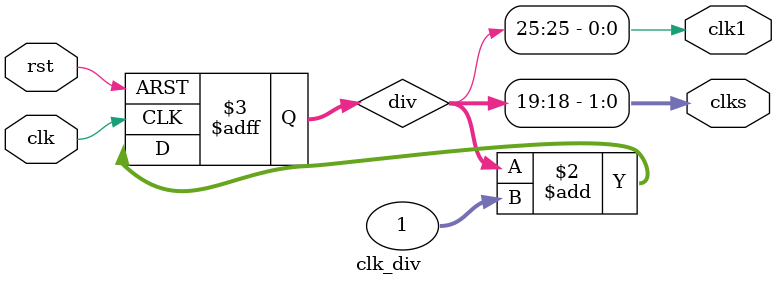
<source format=v>
`timescale 1ns / 1ps


module clk_div(
    input clk,
    input rst,
    output  clk1,
    output  [1:0]clks  
);

 reg [63:0]div;

always@ (posedge clk or posedge rst)
    begin
        if(rst)
            div <= 64'b0;
        else
            div <= div + 1;
							
    end

//----------------for real test-----------------------------------------------------//	
assign clk1 = div[25];
assign clks[1:0] = div[19:18];  //best freqency for the human eyes

//----------------for test bench-----------------------------------------------------//		
 //assign clk1 = div[1];   
 //assign clks[1:0] = div[2:1];

endmodule

</source>
